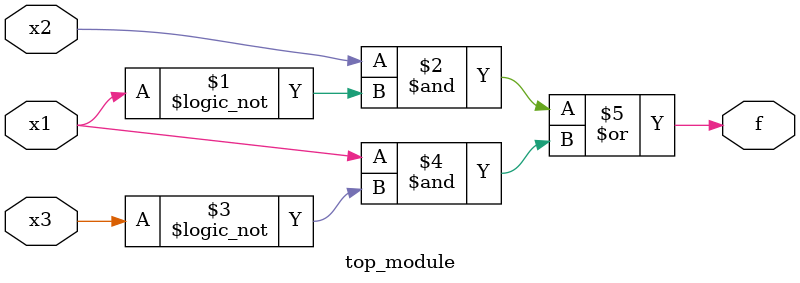
<source format=sv>
module top_module (
    input x3,
    input x2,
    input x1,
    output f
);

    assign f = (x2 & !x1) | (x1 & !x3);

endmodule

</source>
